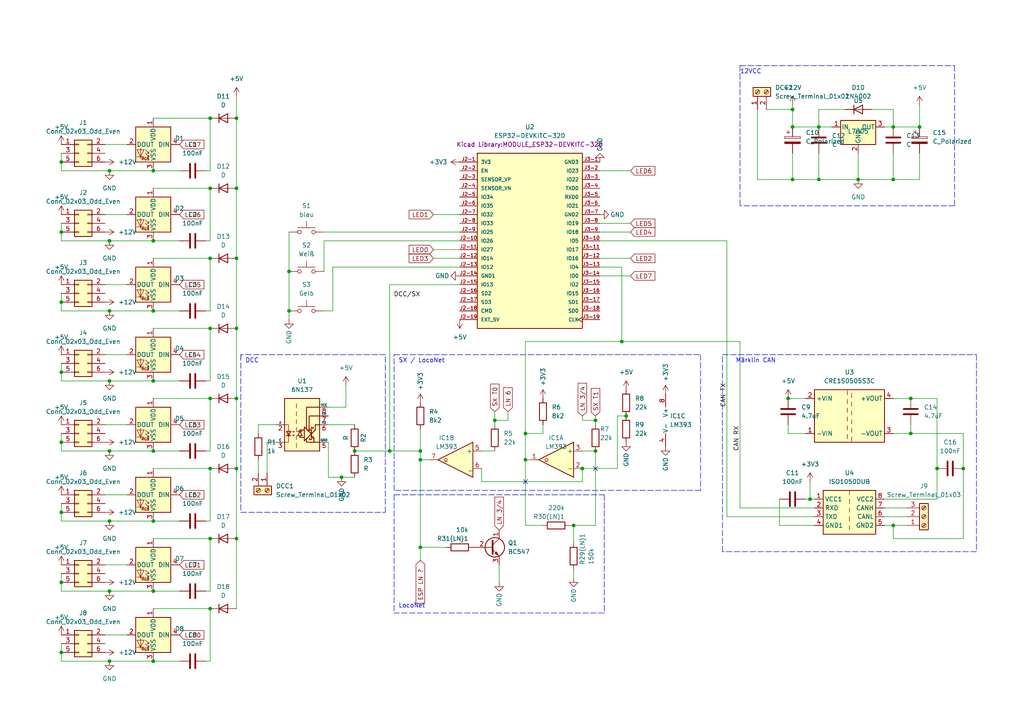
<source format=kicad_sch>
(kicad_sch (version 20211123) (generator eeschema)
  (paper "A4")
  (junction (at 68.58 34.29))
  (junction (at 31.75 191.77))
  (junction (at 259.08 152.4))
  (junction (at 31.75 49.53))
  (junction (at 31.75 130.81))
  (junction (at 168.91 135.89))
  (junction (at 68.58 135.89))
  (junction (at 271.78 135.89))
  (junction (at 17.78 46.99))
  (junction (at 248.92 52.07))
  (junction (at 121.92 130.81))
  (junction (at 17.78 148.59))
  (junction (at 68.58 54.61))
  (junction (at 44.45 151.13))
  (junction (at 17.78 87.63))
  (junction (at 31.75 110.49))
  (junction (at 60.96 74.93))
  (junction (at 143.51 121.92))
  (junction (at 228.6 115.57))
  (junction (at 83.82 90.17))
  (junction (at 60.96 156.21))
  (junction (at 237.49 36.83))
  (junction (at 68.58 115.57))
  (junction (at 44.45 49.53))
  (junction (at 237.49 52.07))
  (junction (at 44.45 90.17))
  (junction (at 17.78 189.23))
  (junction (at 60.96 135.89))
  (junction (at 31.75 151.13))
  (junction (at 60.96 115.57))
  (junction (at 181.61 120.65))
  (junction (at 60.96 176.53))
  (junction (at 60.96 34.29))
  (junction (at 60.96 95.25))
  (junction (at 259.08 52.07))
  (junction (at 44.45 110.49))
  (junction (at 264.16 125.73))
  (junction (at 113.03 130.81))
  (junction (at 44.45 69.85))
  (junction (at 172.72 121.92))
  (junction (at 166.37 152.4))
  (junction (at 264.16 115.57))
  (junction (at 229.87 31.75))
  (junction (at 44.45 191.77))
  (junction (at 234.95 144.78))
  (junction (at 44.45 171.45))
  (junction (at 172.72 130.81))
  (junction (at 17.78 128.27))
  (junction (at 68.58 156.21))
  (junction (at 17.78 67.31))
  (junction (at 152.4 133.35))
  (junction (at 229.87 52.07))
  (junction (at 121.92 133.35))
  (junction (at 99.06 138.43))
  (junction (at 259.08 36.83))
  (junction (at 31.75 90.17))
  (junction (at 229.87 36.83))
  (junction (at 17.78 107.95))
  (junction (at 279.4 135.89))
  (junction (at 102.87 130.81))
  (junction (at 266.7 36.83))
  (junction (at 68.58 95.25))
  (junction (at 17.78 168.91))
  (junction (at 60.96 54.61))
  (junction (at 152.4 125.73))
  (junction (at 180.34 99.06))
  (junction (at 31.75 69.85))
  (junction (at 121.92 158.75))
  (junction (at 44.45 130.81))
  (junction (at 68.58 74.93))
  (junction (at 31.75 171.45))
  (junction (at 83.82 78.74))
  (no_connect (at 172.72 135.89))
  (no_connect (at 152.4 139.7))
  (polyline (pts (xy 175.26 143.51) (xy 175.26 177.8)))
  (wire (pts (xy 17.78 151.13) (xy 17.78 148.59)))
  (wire (pts (xy 44.45 191.77) (xy 31.75 191.77)))
  (wire (pts (xy 271.78 144.78) (xy 256.54 144.78)))
  (wire (pts (xy 95.25 128.27) (xy 95.25 138.43)))
  (wire (pts (xy 214.63 99.06) (xy 214.63 147.32)))
  (wire (pts (xy 17.78 146.05) (xy 17.78 148.59)))
  (wire (pts (xy 229.87 52.07) (xy 237.49 52.07)))
  (polyline (pts (xy 203.2 102.87) (xy 203.2 142.24)))
  (polyline (pts (xy 114.3 143.51) (xy 175.26 143.51)))
  (wire (pts (xy 17.78 44.45) (xy 17.78 46.99)))
  (wire (pts (xy 139.7 130.81) (xy 143.51 130.81)))
  (wire (pts (xy 99.06 138.43) (xy 102.87 138.43)))
  (wire (pts (xy 30.48 82.55) (xy 36.83 82.55)))
  (wire (pts (xy 60.96 110.49) (xy 59.69 110.49)))
  (wire (pts (xy 30.48 184.15) (xy 36.83 184.15)))
  (wire (pts (xy 68.58 74.93) (xy 68.58 95.25)))
  (wire (pts (xy 44.45 110.49) (xy 52.07 110.49)))
  (polyline (pts (xy 209.55 102.87) (xy 283.21 102.87)))
  (wire (pts (xy 228.6 123.19) (xy 228.6 125.73)))
  (wire (pts (xy 96.52 77.47) (xy 96.52 90.17)))
  (wire (pts (xy 31.75 90.17) (xy 17.78 90.17)))
  (wire (pts (xy 31.75 110.49) (xy 17.78 110.49)))
  (wire (pts (xy 44.45 69.85) (xy 31.75 69.85)))
  (wire (pts (xy 17.78 171.45) (xy 17.78 168.91)))
  (wire (pts (xy 31.75 49.53) (xy 17.78 49.53)))
  (wire (pts (xy 60.96 115.57) (xy 60.96 130.81)))
  (wire (pts (xy 80.01 123.19) (xy 74.93 123.19)))
  (wire (pts (xy 133.35 69.85) (xy 93.98 69.85)))
  (wire (pts (xy 68.58 135.89) (xy 68.58 156.21)))
  (wire (pts (xy 173.99 77.47) (xy 180.34 77.47)))
  (wire (pts (xy 182.88 64.77) (xy 173.99 64.77)))
  (polyline (pts (xy 283.21 102.87) (xy 283.21 160.02)))
  (wire (pts (xy 60.96 176.53) (xy 60.96 191.77)))
  (wire (pts (xy 271.78 115.57) (xy 271.78 135.89)))
  (wire (pts (xy 182.88 67.31) (xy 173.99 67.31)))
  (wire (pts (xy 68.58 54.61) (xy 68.58 74.93)))
  (polyline (pts (xy 203.2 142.24) (xy 114.3 142.24)))
  (wire (pts (xy 172.72 130.81) (xy 172.72 152.4)))
  (wire (pts (xy 83.82 90.17) (xy 83.82 92.71)))
  (wire (pts (xy 44.45 135.89) (xy 60.96 135.89)))
  (wire (pts (xy 168.91 120.65) (xy 168.91 121.92)))
  (wire (pts (xy 152.4 133.35) (xy 153.67 133.35)))
  (wire (pts (xy 30.48 143.51) (xy 36.83 143.51)))
  (wire (pts (xy 121.92 133.35) (xy 124.46 133.35)))
  (wire (pts (xy 233.68 144.78) (xy 234.95 144.78)))
  (wire (pts (xy 31.75 171.45) (xy 17.78 171.45)))
  (wire (pts (xy 17.78 191.77) (xy 17.78 189.23)))
  (wire (pts (xy 44.45 151.13) (xy 31.75 151.13)))
  (wire (pts (xy 17.78 130.81) (xy 17.78 128.27)))
  (wire (pts (xy 95.25 118.11) (xy 100.33 118.11)))
  (wire (pts (xy 44.45 49.53) (xy 52.07 49.53)))
  (wire (pts (xy 182.88 49.53) (xy 173.99 49.53)))
  (wire (pts (xy 168.91 130.81) (xy 172.72 130.81)))
  (wire (pts (xy 60.96 151.13) (xy 59.69 151.13)))
  (wire (pts (xy 152.4 99.06) (xy 180.34 99.06)))
  (wire (pts (xy 44.45 54.61) (xy 60.96 54.61)))
  (wire (pts (xy 44.45 130.81) (xy 52.07 130.81)))
  (wire (pts (xy 17.78 64.77) (xy 17.78 67.31)))
  (wire (pts (xy 259.08 115.57) (xy 264.16 115.57)))
  (wire (pts (xy 166.37 167.64) (xy 166.37 165.1)))
  (wire (pts (xy 256.54 147.32) (xy 262.89 147.32)))
  (wire (pts (xy 44.45 74.93) (xy 60.96 74.93)))
  (wire (pts (xy 17.78 110.49) (xy 17.78 107.95)))
  (wire (pts (xy 259.08 125.73) (xy 264.16 125.73)))
  (wire (pts (xy 83.82 78.74) (xy 83.82 90.17)))
  (wire (pts (xy 143.51 121.92) (xy 147.32 121.92)))
  (wire (pts (xy 44.45 90.17) (xy 31.75 90.17)))
  (wire (pts (xy 139.7 139.7) (xy 168.91 139.7)))
  (wire (pts (xy 229.87 52.07) (xy 229.87 44.45)))
  (wire (pts (xy 139.7 135.89) (xy 139.7 139.7)))
  (wire (pts (xy 44.45 191.77) (xy 52.07 191.77)))
  (wire (pts (xy 60.96 130.81) (xy 59.69 130.81)))
  (polyline (pts (xy 114.3 142.24) (xy 114.3 102.87)))
  (wire (pts (xy 44.45 34.29) (xy 60.96 34.29)))
  (wire (pts (xy 237.49 36.83) (xy 237.49 31.75)))
  (wire (pts (xy 60.96 34.29) (xy 60.96 49.53)))
  (wire (pts (xy 60.96 54.61) (xy 60.96 69.85)))
  (wire (pts (xy 68.58 156.21) (xy 68.58 176.53)))
  (wire (pts (xy 256.54 149.86) (xy 262.89 149.86)))
  (wire (pts (xy 182.88 74.93) (xy 173.99 74.93)))
  (wire (pts (xy 17.78 105.41) (xy 17.78 107.95)))
  (wire (pts (xy 237.49 44.45) (xy 237.49 52.07)))
  (wire (pts (xy 44.45 115.57) (xy 60.96 115.57)))
  (wire (pts (xy 17.78 85.09) (xy 17.78 87.63)))
  (wire (pts (xy 44.45 171.45) (xy 52.07 171.45)))
  (polyline (pts (xy 175.26 177.8) (xy 114.3 177.8)))
  (wire (pts (xy 121.92 130.81) (xy 121.92 133.35)))
  (polyline (pts (xy 69.85 102.87) (xy 69.85 148.59)))
  (wire (pts (xy 229.87 30.48) (xy 229.87 31.75)))
  (wire (pts (xy 60.96 95.25) (xy 60.96 110.49)))
  (wire (pts (xy 228.6 115.57) (xy 233.68 115.57)))
  (wire (pts (xy 93.98 69.85) (xy 93.98 78.74)))
  (wire (pts (xy 214.63 147.32) (xy 236.22 147.32)))
  (wire (pts (xy 234.95 139.7) (xy 234.95 144.78)))
  (wire (pts (xy 102.87 130.81) (xy 113.03 130.81)))
  (polyline (pts (xy 214.63 19.05) (xy 214.63 59.69)))
  (wire (pts (xy 17.78 166.37) (xy 17.78 168.91)))
  (wire (pts (xy 44.45 151.13) (xy 52.07 151.13)))
  (wire (pts (xy 125.73 62.23) (xy 133.35 62.23)))
  (wire (pts (xy 31.75 69.85) (xy 17.78 69.85)))
  (wire (pts (xy 179.07 135.89) (xy 179.07 120.65)))
  (polyline (pts (xy 114.3 102.87) (xy 203.2 102.87)))
  (wire (pts (xy 83.82 67.31) (xy 83.82 78.74)))
  (wire (pts (xy 152.4 152.4) (xy 157.48 152.4)))
  (wire (pts (xy 68.58 34.29) (xy 68.58 54.61)))
  (wire (pts (xy 125.73 72.39) (xy 133.35 72.39)))
  (wire (pts (xy 152.4 99.06) (xy 152.4 125.73)))
  (wire (pts (xy 121.92 158.75) (xy 121.92 162.56)))
  (wire (pts (xy 31.75 130.81) (xy 17.78 130.81)))
  (wire (pts (xy 226.06 144.78) (xy 226.06 152.4)))
  (wire (pts (xy 152.4 125.73) (xy 152.4 133.35)))
  (wire (pts (xy 259.08 44.45) (xy 259.08 52.07)))
  (polyline (pts (xy 276.86 59.69) (xy 214.63 59.69)))
  (polyline (pts (xy 111.76 148.59) (xy 111.76 102.87)))
  (wire (pts (xy 259.08 36.83) (xy 266.7 36.83)))
  (wire (pts (xy 259.08 156.21) (xy 279.4 156.21)))
  (polyline (pts (xy 114.3 143.51) (xy 114.3 177.8)))
  (wire (pts (xy 93.98 67.31) (xy 133.35 67.31)))
  (wire (pts (xy 229.87 36.83) (xy 237.49 36.83)))
  (polyline (pts (xy 111.76 102.87) (xy 69.85 102.87)))
  (wire (pts (xy 259.08 52.07) (xy 266.7 52.07)))
  (wire (pts (xy 262.89 152.4) (xy 259.08 152.4)))
  (wire (pts (xy 96.52 77.47) (xy 133.35 77.47)))
  (wire (pts (xy 180.34 99.06) (xy 214.63 99.06)))
  (polyline (pts (xy 214.63 19.05) (xy 276.86 19.05)))
  (wire (pts (xy 80.01 128.27) (xy 77.47 128.27)))
  (wire (pts (xy 234.95 144.78) (xy 236.22 144.78)))
  (wire (pts (xy 168.91 121.92) (xy 172.72 121.92)))
  (wire (pts (xy 44.45 156.21) (xy 60.96 156.21)))
  (wire (pts (xy 96.52 90.17) (xy 93.98 90.17)))
  (wire (pts (xy 219.71 31.75) (xy 219.71 52.07)))
  (wire (pts (xy 60.96 171.45) (xy 59.69 171.45)))
  (wire (pts (xy 168.91 135.89) (xy 179.07 135.89)))
  (wire (pts (xy 166.37 152.4) (xy 166.37 157.48)))
  (wire (pts (xy 266.7 30.48) (xy 266.7 36.83)))
  (wire (pts (xy 237.49 52.07) (xy 248.92 52.07)))
  (wire (pts (xy 271.78 135.89) (xy 271.78 144.78)))
  (wire (pts (xy 60.96 156.21) (xy 60.96 171.45)))
  (wire (pts (xy 17.78 69.85) (xy 17.78 67.31)))
  (wire (pts (xy 143.51 121.92) (xy 143.51 123.19)))
  (wire (pts (xy 44.45 90.17) (xy 52.07 90.17)))
  (wire (pts (xy 31.75 151.13) (xy 17.78 151.13)))
  (wire (pts (xy 17.78 90.17) (xy 17.78 87.63)))
  (wire (pts (xy 180.34 77.47) (xy 180.34 99.06)))
  (wire (pts (xy 68.58 95.25) (xy 68.58 115.57)))
  (wire (pts (xy 44.45 110.49) (xy 31.75 110.49)))
  (wire (pts (xy 77.47 128.27) (xy 77.47 137.16)))
  (wire (pts (xy 60.96 74.93) (xy 60.96 90.17)))
  (wire (pts (xy 179.07 120.65) (xy 181.61 120.65)))
  (polyline (pts (xy 276.86 19.05) (xy 276.86 59.69)))
  (wire (pts (xy 166.37 152.4) (xy 165.1 152.4)))
  (polyline (pts (xy 69.85 102.87) (xy 69.85 104.14)))
  (wire (pts (xy 17.78 125.73) (xy 17.78 128.27)))
  (wire (pts (xy 264.16 125.73) (xy 279.4 125.73)))
  (wire (pts (xy 17.78 186.69) (xy 17.78 189.23)))
  (wire (pts (xy 68.58 27.94) (xy 68.58 34.29)))
  (wire (pts (xy 121.92 158.75) (xy 129.54 158.75)))
  (wire (pts (xy 248.92 52.07) (xy 259.08 52.07)))
  (wire (pts (xy 60.96 191.77) (xy 59.69 191.77)))
  (wire (pts (xy 152.4 133.35) (xy 152.4 152.4)))
  (polyline (pts (xy 283.21 160.02) (xy 209.55 160.02)))
  (wire (pts (xy 219.71 52.07) (xy 229.87 52.07)))
  (wire (pts (xy 279.4 125.73) (xy 279.4 135.89)))
  (wire (pts (xy 157.48 125.73) (xy 152.4 125.73)))
  (wire (pts (xy 95.25 138.43) (xy 99.06 138.43)))
  (wire (pts (xy 44.45 69.85) (xy 52.07 69.85)))
  (wire (pts (xy 210.82 149.86) (xy 236.22 149.86)))
  (wire (pts (xy 252.73 31.75) (xy 259.08 31.75)))
  (wire (pts (xy 74.93 133.35) (xy 74.93 137.16)))
  (wire (pts (xy 30.48 41.91) (xy 36.83 41.91)))
  (wire (pts (xy 256.54 36.83) (xy 259.08 36.83)))
  (wire (pts (xy 166.37 152.4) (xy 172.72 152.4)))
  (wire (pts (xy 210.82 69.85) (xy 210.82 149.86)))
  (wire (pts (xy 121.92 133.35) (xy 121.92 158.75)))
  (wire (pts (xy 143.51 119.38) (xy 143.51 121.92)))
  (wire (pts (xy 264.16 123.19) (xy 264.16 125.73)))
  (wire (pts (xy 30.48 62.23) (xy 36.83 62.23)))
  (wire (pts (xy 237.49 31.75) (xy 245.11 31.75)))
  (wire (pts (xy 264.16 115.57) (xy 271.78 115.57)))
  (wire (pts (xy 68.58 115.57) (xy 68.58 135.89)))
  (wire (pts (xy 259.08 152.4) (xy 259.08 156.21)))
  (wire (pts (xy 147.32 121.92) (xy 147.32 119.38)))
  (wire (pts (xy 60.96 49.53) (xy 59.69 49.53)))
  (polyline (pts (xy 69.85 148.59) (xy 111.76 148.59)))
  (wire (pts (xy 44.45 171.45) (xy 31.75 171.45)))
  (wire (pts (xy 44.45 49.53) (xy 31.75 49.53)))
  (wire (pts (xy 279.4 135.89) (xy 279.4 156.21)))
  (wire (pts (xy 113.03 130.81) (xy 121.92 130.81)))
  (wire (pts (xy 222.25 31.75) (xy 229.87 31.75)))
  (polyline (pts (xy 209.55 160.02) (xy 209.55 102.87)))
  (wire (pts (xy 237.49 36.83) (xy 241.3 36.83)))
  (wire (pts (xy 30.48 163.83) (xy 36.83 163.83)))
  (wire (pts (xy 182.88 80.01) (xy 173.99 80.01)))
  (wire (pts (xy 95.25 123.19) (xy 102.87 123.19)))
  (wire (pts (xy 60.96 69.85) (xy 59.69 69.85)))
  (wire (pts (xy 172.72 121.92) (xy 172.72 123.19)))
  (wire (pts (xy 44.45 130.81) (xy 31.75 130.81)))
  (wire (pts (xy 266.7 44.45) (xy 266.7 52.07)))
  (wire (pts (xy 31.75 191.77) (xy 17.78 191.77)))
  (wire (pts (xy 259.08 31.75) (xy 259.08 36.83)))
  (wire (pts (xy 60.96 135.89) (xy 60.96 151.13)))
  (wire (pts (xy 144.78 163.83) (xy 144.78 168.91)))
  (wire (pts (xy 30.48 102.87) (xy 36.83 102.87)))
  (wire (pts (xy 121.92 124.46) (xy 121.92 130.81)))
  (wire (pts (xy 133.35 82.55) (xy 113.03 82.55)))
  (wire (pts (xy 228.6 125.73) (xy 233.68 125.73)))
  (wire (pts (xy 229.87 31.75) (xy 229.87 36.83)))
  (wire (pts (xy 125.73 74.93) (xy 133.35 74.93)))
  (wire (pts (xy 259.08 152.4) (xy 256.54 152.4)))
  (wire (pts (xy 168.91 139.7) (xy 168.91 135.89)))
  (wire (pts (xy 30.48 123.19) (xy 36.83 123.19)))
  (wire (pts (xy 226.06 152.4) (xy 236.22 152.4)))
  (wire (pts (xy 44.45 176.53) (xy 60.96 176.53)))
  (wire (pts (xy 60.96 90.17) (xy 59.69 90.17)))
  (wire (pts (xy 74.93 123.19) (xy 74.93 125.73)))
  (wire (pts (xy 173.99 69.85) (xy 210.82 69.85)))
  (wire (pts (xy 248.92 44.45) (xy 248.92 52.07)))
  (wire (pts (xy 113.03 82.55) (xy 113.03 130.81)))
  (wire (pts (xy 44.45 95.25) (xy 60.96 95.25)))
  (wire (pts (xy 100.33 111.76) (xy 100.33 118.11)))
  (wire (pts (xy 172.72 120.65) (xy 172.72 121.92)))
  (wire (pts (xy 17.78 49.53) (xy 17.78 46.99)))
  (wire (pts (xy 157.48 123.19) (xy 157.48 125.73)))
  (text "SX / LocoNet\n" (at 115.57 105.41 0) (effects (font (size 1.27 1.27)) (justify left bottom)))
  (text "Märklin CAN" (at 213.36 105.41 0) (effects (font (size 1.27 1.27)) (justify left bottom)))
  (text "DCC" (at 71.12 105.41 0) (effects (font (size 1.27 1.27)) (justify left bottom)))
  (text "LocoNet" (at 115.57 176.53 0) (effects (font (size 1.27 1.27)) (justify left bottom)))
  (text "12VCC" (at 214.63 21.59 0) (effects (font (size 1.27 1.27)) (justify left bottom)))
  (label "DCC{slash}SX" (at 121.92 86.36 180))
  (label "CAN TX" (at 210.82 118.11 90))
  (label "CAN RX" (at 214.63 130.81 90))
  (global_label "SX T1" (shape input) (at 172.72 120.65 90) (property "Referenzen zwischen Schaltplänen" "${INTERSHEET_REFS}" (effects hide)))
  (global_label "LN 3{slash}4" (shape input) (at 144.78 153.67 90) (property "Referenzen zwischen Schaltplänen" "${INTERSHEET_REFS}" (effects hide)))
  (global_label "LED7" (shape input) (at 52.07 41.91 0) (property "Referenzen zwischen Schaltplänen" "${INTERSHEET_REFS}" (effects hide)))
  (global_label "LED4" (shape input) (at 52.07 102.87 0) (property "Referenzen zwischen Schaltplänen" "${INTERSHEET_REFS}" (effects hide)))
  (global_label "LED2" (shape input) (at 52.07 143.51 0) (property "Referenzen zwischen Schaltplänen" "${INTERSHEET_REFS}" (effects hide)))
  (global_label "LED1" (shape input) (at 52.07 163.83 0) (property "Referenzen zwischen Schaltplänen" "${INTERSHEET_REFS}" (effects hide)))
  (global_label "LED6" (shape input) (at 52.07 62.23 0) (property "Referenzen zwischen Schaltplänen" "${INTERSHEET_REFS}" (effects hide)))
  (global_label "LED5" (shape input) (at 182.88 64.77 0) (property "Referenzen zwischen Schaltplänen" "${INTERSHEET_REFS}" (effects hide)))
  (global_label "ESP LN ? " (shape input) (at 121.92 162.56 270) (property "Referenzen zwischen Schaltplänen" "${INTERSHEET_REFS}" (effects hide)))
  (global_label "LED0" (shape input) (at 52.07 184.15 0) (property "Referenzen zwischen Schaltplänen" "${INTERSHEET_REFS}" (effects hide)))
  (global_label "LED5" (shape input) (at 52.07 82.55 0) (property "Referenzen zwischen Schaltplänen" "${INTERSHEET_REFS}" (effects hide)))
  (global_label "LED0" (shape input) (at 125.73 72.39 180) (property "Referenzen zwischen Schaltplänen" "${INTERSHEET_REFS}" (effects hide)))
  (global_label "LED4" (shape input) (at 182.88 67.31 0) (property "Referenzen zwischen Schaltplänen" "${INTERSHEET_REFS}" (effects hide)))
  (global_label "SX T0" (shape input) (at 143.51 119.38 90) (property "Referenzen zwischen Schaltplänen" "${INTERSHEET_REFS}" (effects hide)))
  (global_label "LED2" (shape input) (at 182.88 74.93 0) (property "Referenzen zwischen Schaltplänen" "${INTERSHEET_REFS}" (effects hide)))
  (global_label "LED3" (shape input) (at 52.07 123.19 0) (property "Referenzen zwischen Schaltplänen" "${INTERSHEET_REFS}" (effects hide)))
  (global_label "LED1" (shape input) (at 125.73 62.23 180) (property "Referenzen zwischen Schaltplänen" "${INTERSHEET_REFS}" (effects hide)))
  (global_label "LED7" (shape input) (at 182.88 80.01 0) (property "Referenzen zwischen Schaltplänen" "${INTERSHEET_REFS}" (effects hide)))
  (global_label "LED3" (shape input) (at 125.73 74.93 180) (property "Referenzen zwischen Schaltplänen" "${INTERSHEET_REFS}" (effects hide)))
  (global_label "LN 6" (shape input) (at 147.32 119.38 90) (property "Referenzen zwischen Schaltplänen" "${INTERSHEET_REFS}" (effects hide)))
  (global_label "LN 3{slash}4" (shape input) (at 168.91 120.65 90) (property "Referenzen zwischen Schaltplänen" "${INTERSHEET_REFS}" (effects hide)))
  (global_label "LED6" (shape input) (at 182.88 49.53 0) (property "Referenzen zwischen Schaltplänen" "${INTERSHEET_REFS}" (effects hide)))
  (symbol (lib_id "LED:WS2812B") (at 44.45 82.55 0) (mirror y) (unit 1)
    (property "Reference" "D3" (at 52.07 80.7593 0))
    (property "Value" "WS2812B" (effects hide))
    (property "Footprint" "LED_SMD:LED_WS2812B_PLCC4_5.0x5.0mm_P3.2mm" (effects hide))
    (property "Datasheet" "https://cdn-shop.adafruit.com/datasheets/WS2812B.pdf" (effects hide))
  )
  (symbol (lib_id "Device:C") (at 55.88 49.53 90) (unit 1)
    (property "Reference" "C1" (at 55.88 41.91 90))
    (property "Value" "100nF" (at 55.88 44.45 90))
    (property "Footprint" "Capacitor_SMD:C_0805_2012Metric_Pad1.18x1.45mm_HandSolder" (effects hide))
  )
  (symbol (lib_id "power:+3V3") (at 234.95 139.7 0) (unit 1)
    (property "Reference" "#PWR044" (effects hide))
    (property "Value" "+3V3" (at 234.95 134.62 0))
  )
  (symbol (lib_id "Device:C") (at 55.88 171.45 90) (unit 1)
    (property "Reference" "C7" (at 55.88 163.83 90))
    (property "Value" "100nF" (at 55.88 166.37 90))
    (property "Footprint" "Capacitor_SMD:C_0805_2012Metric_Pad1.18x1.45mm_HandSolder" (effects hide))
  )
  (symbol (lib_id "Device:D") (at 64.77 135.89 0) (unit 1)
    (property "Reference" "D16" (at 64.77 129.54 0))
    (property "Value" "D" (at 64.77 132.08 0))
    (property "Footprint" "Diode_SMD:D_0805_2012Metric_Pad1.15x1.40mm_HandSolder" (effects hide))
  )
  (symbol (lib_id "power:GND") (at 31.75 49.53 0) (unit 1)
    (property "Reference" "#PWR017" (effects hide))
    (property "Value" "GND" (at 31.75 54.61 0))
  )
  (symbol (lib_id "Device:D") (at 64.77 115.57 0) (unit 1)
    (property "Reference" "D15" (at 64.77 109.22 0))
    (property "Value" "D" (at 64.77 111.76 0))
    (property "Footprint" "Diode_SMD:D_0805_2012Metric_Pad1.15x1.40mm_HandSolder" (effects hide))
  )
  (symbol (lib_id "power:+3V3") (at 193.04 114.3 0) (unit 1)
    (property "Reference" "#PWR040" (effects hide))
    (property "Value" "+3V3" (at 193.04 105.41 90) (effects (justify right)))
  )
  (symbol (lib_id "power:+12V") (at 30.48 189.23 270) (unit 1)
    (property "Reference" "#PWR016" (effects hide))
    (property "Value" "+12V" (at 34.29 189.2299 90) (effects (justify left)))
  )
  (symbol (lib_id "LED:WS2812B") (at 44.45 163.83 0) (mirror y) (unit 1)
    (property "Reference" "D7" (at 52.07 162.0393 0))
    (property "Value" "WS2812B" (effects hide))
    (property "Footprint" "LED_SMD:LED_WS2812B_PLCC4_5.0x5.0mm_P3.2mm" (effects hide))
    (property "Datasheet" "https://cdn-shop.adafruit.com/datasheets/WS2812B.pdf" (effects hide))
  )
  (symbol (lib_id "LED:WS2812B") (at 44.45 184.15 0) (mirror y) (unit 1)
    (property "Reference" "D8" (at 52.07 182.3593 0))
    (property "Value" "WS2812B" (effects hide))
    (property "Footprint" "LED_SMD:LED_WS2812B_PLCC4_5.0x5.0mm_P3.2mm" (effects hide))
    (property "Datasheet" "https://cdn-shop.adafruit.com/datasheets/WS2812B.pdf" (effects hide))
  )
  (symbol (lib_id "Device:C") (at 55.88 110.49 90) (unit 1)
    (property "Reference" "C4" (at 55.88 102.87 90))
    (property "Value" "100nF" (at 55.88 105.41 90))
    (property "Footprint" "Capacitor_SMD:C_0805_2012Metric_Pad1.18x1.45mm_HandSolder" (effects hide))
  )
  (symbol (lib_id "Comparator:LM393") (at 161.29 133.35 0) (mirror y) (unit 1)
    (property "Reference" "IC1" (at 161.29 127 0))
    (property "Value" "LM393" (at 161.29 129.54 0))
    (property "Footprint" "Package_DIP:DIP-8-16_W7.62mm" (effects hide))
    (property "Datasheet" "http://www.ti.com/lit/ds/symlink/lm393.pdf" (effects hide))
  )
  (symbol (lib_id "LED:WS2812B") (at 44.45 62.23 0) (mirror y) (unit 1)
    (property "Reference" "D2" (at 52.07 60.4393 0))
    (property "Value" "WS2812B" (effects hide))
    (property "Footprint" "LED_SMD:LED_WS2812B_PLCC4_5.0x5.0mm_P3.2mm" (effects hide))
    (property "Datasheet" "https://cdn-shop.adafruit.com/datasheets/WS2812B.pdf" (effects hide))
  )
  (symbol (lib_id "power:GND") (at 173.99 46.99 180) (unit 1)
    (property "Reference" "#PWR036" (effects hide))
    (property "Value" "GND" (at 173.99 41.91 90))
  )
  (symbol (lib_id "Switch:SW_Push") (at 88.9 90.17 0) (unit 1)
    (property "Reference" "S3" (at 88.9 82.55 0))
    (property "Value" "Gelb" (at 88.9 85.09 0))
    (property "Footprint" "Button_Switch_THT:SW_PUSH-12mm" (effects hide))
  )
  (symbol (lib_id "Device:D") (at 64.77 34.29 0) (unit 1)
    (property "Reference" "D11" (at 64.77 27.94 0))
    (property "Value" "D" (at 64.77 30.48 0))
    (property "Footprint" "Diode_SMD:D_0805_2012Metric_Pad1.15x1.40mm_HandSolder" (effects hide))
  )
  (symbol (lib_id "power:+5V") (at 228.6 115.57 0) (unit 1)
    (property "Reference" "#PWR042" (effects hide))
    (property "Value" "+5V" (at 228.6 110.49 0))
  )
  (symbol (lib_id "Device:R") (at 133.35 158.75 90) (unit 1)
    (property "Reference" "R31(LN)1" (at 135.89 156.21 90) (effects (justify left)))
    (property "Value" "10k" (at 135.89 153.67 90) (effects (justify left)))
    (property "Footprint" "Resistor_THT:R_Axial_DIN0207_L6.3mm_D2.5mm_P15.24mm_Horizontal" (effects hide))
  )
  (symbol (lib_id "power:+12V") (at 30.48 107.95 270) (unit 1)
    (property "Reference" "#PWR012" (effects hide))
    (property "Value" "+12V" (at 34.29 107.9499 90) (effects (justify left)))
  )
  (symbol (lib_id "Device:C") (at 55.88 130.81 90) (unit 1)
    (property "Reference" "C5" (at 55.88 123.19 90))
    (property "Value" "100nF" (at 55.88 125.73 90))
    (property "Footprint" "Capacitor_SMD:C_0805_2012Metric_Pad1.18x1.45mm_HandSolder" (effects hide))
  )
  (symbol (lib_id "LED:WS2812B") (at 44.45 143.51 0) (mirror y) (unit 1)
    (property "Reference" "D6" (at 52.07 141.7193 0))
    (property "Value" "WS2812B" (effects hide))
    (property "Footprint" "LED_SMD:LED_WS2812B_PLCC4_5.0x5.0mm_P3.2mm" (effects hide))
    (property "Datasheet" "https://cdn-shop.adafruit.com/datasheets/WS2812B.pdf" (effects hide))
  )
  (symbol (lib_id "Device:C") (at 228.6 119.38 0) (unit 1)
    (property "Reference" "C9" (at 232.41 118.1099 0) (effects (justify left)))
    (property "Value" "4.7uF" (at 232.41 120.6499 0) (effects (justify left)))
    (property "Footprint" "Capacitor_SMD:C_0805_2012Metric_Pad1.18x1.45mm_HandSolder" (effects hide))
  )
  (symbol (lib_id "Device:C") (at 55.88 90.17 90) (unit 1)
    (property "Reference" "C3" (at 55.88 82.55 90))
    (property "Value" "100nF" (at 55.88 85.09 90))
    (property "Footprint" "Capacitor_SMD:C_0805_2012Metric_Pad1.18x1.45mm_HandSolder" (effects hide))
  )
  (symbol (lib_id "power:+12V") (at 30.48 168.91 270) (unit 1)
    (property "Reference" "#PWR015" (effects hide))
    (property "Value" "+12V" (at 34.29 168.9099 90) (effects (justify left)))
  )
  (symbol (lib_id "Device:R") (at 181.61 124.46 0) (unit 1)
    (property "Reference" "R9" (at 184.15 123.1899 0) (effects (justify left)))
    (property "Value" "22k" (at 184.15 125.7299 0) (effects (justify left)))
    (property "Footprint" "Resistor_THT:R_Axial_DIN0207_L6.3mm_D2.5mm_P15.24mm_Horizontal" (effects hide))
  )
  (symbol (lib_id "power:GND") (at 31.75 90.17 0) (unit 1)
    (property "Reference" "#PWR019" (effects hide))
    (property "Value" "GND" (at 31.75 95.25 0))
  )
  (symbol (lib_id "Connector_Generic:Conn_02x03_Odd_Even") (at 22.86 44.45 0) (unit 1)
    (property "Reference" "J1" (at 24.13 35.56 0))
    (property "Value" "Conn_02x03_Odd_Even" (at 24.13 38.1 0))
    (property "Footprint" "Connector_IDC:IDC-Header_2x03_P2.54mm_Vertical" (effects hide))
  )
  (symbol (lib_id "Device:D") (at 64.77 156.21 0) (unit 1)
    (property "Reference" "D17" (at 64.77 149.86 0))
    (property "Value" "D" (at 64.77 152.4 0))
    (property "Footprint" "Diode_SMD:D_0805_2012Metric_Pad1.15x1.40mm_HandSolder" (effects hide))
  )
  (symbol (lib_id "power:GND") (at 83.82 92.71 0) (unit 1)
    (property "Reference" "#PWR026" (effects hide))
    (property "Value" "GND" (at 83.82 97.79 90))
  )
  (symbol (lib_id "Connector_Generic:Conn_02x03_Odd_Even") (at 22.86 166.37 0) (unit 1)
    (property "Reference" "J7" (at 24.13 157.48 0))
    (property "Value" "Conn_02x03_Odd_Even" (at 24.13 160.02 0))
    (property "Footprint" "Connector_IDC:IDC-Header_2x03_P2.54mm_Vertical" (effects hide))
  )
  (symbol (lib_id "power:+12V") (at 30.48 67.31 270) (unit 1)
    (property "Reference" "#PWR010" (effects hide))
    (property "Value" "+12V" (at 34.29 67.3099 90) (effects (justify left)))
  )
  (symbol (lib_id "power:GND") (at 193.04 129.54 0) (unit 1)
    (property "Reference" "#PWR041" (effects hide))
    (property "Value" "GND" (at 193.04 134.62 90))
  )
  (symbol (lib_id "power:GND") (at 31.75 151.13 0) (unit 1)
    (property "Reference" "#PWR022" (effects hide))
    (property "Value" "GND" (at 31.75 156.21 0))
  )
  (symbol (lib_id "power:+12V") (at 30.48 46.99 270) (unit 1)
    (property "Reference" "#PWR09" (effects hide))
    (property "Value" "+12V" (at 34.29 46.9899 90) (effects (justify left)))
  )
  (symbol (lib_id "Connector_Generic:Conn_02x03_Odd_Even") (at 22.86 125.73 0) (unit 1)
    (property "Reference" "J5" (at 24.13 116.84 0))
    (property "Value" "Conn_02x03_Odd_Even" (at 24.13 119.38 0))
    (property "Footprint" "Connector_IDC:IDC-Header_2x03_P2.54mm_Vertical" (effects hide))
  )
  (symbol (lib_id "Connector:Screw_Terminal_01x03") (at 267.97 149.86 0) (mirror x) (unit 1)
    (property "Reference" "J9" (at 267.97 140.97 0))
    (property "Value" "Screw_Terminal_01x03" (at 267.97 143.51 0))
    (property "Footprint" "Connector_PinHeader_2.54mm:PinHeader_1x03_P2.54mm_Horizontal" (effects hide))
  )
  (symbol (lib_id "power:+5V") (at 100.33 111.76 0) (unit 1)
    (property "Reference" "#PWR028" (effects hide))
    (property "Value" "+5V" (at 100.33 106.68 0))
  )
  (symbol (lib_id "LED:WS2812B") (at 44.45 102.87 0) (mirror y) (unit 1)
    (property "Reference" "D4" (at 52.07 101.0793 0))
    (property "Value" "WS2812B" (effects hide))
    (property "Footprint" "LED_SMD:LED_WS2812B_PLCC4_5.0x5.0mm_P3.2mm" (effects hide))
    (property "Datasheet" "https://cdn-shop.adafruit.com/datasheets/WS2812B.pdf" (effects hide))
  )
  (symbol (lib_id "Device:R") (at 143.51 127 0) (unit 1)
    (property "Reference" "R5" (at 146.05 125.73 0) (effects (justify left)))
    (property "Value" "22k" (at 146.05 128.27 0) (effects (justify left)))
    (property "Footprint" "Resistor_THT:R_Axial_DIN0207_L6.3mm_D2.5mm_P15.24mm_Horizontal" (effects hide))
  )
  (symbol (lib_id "Device:R") (at 161.29 152.4 90) (unit 1)
    (property "Reference" "R30(LN)1" (at 163.83 149.86 90) (effects (justify left)))
    (property "Value" "220k" (at 163.83 147.32 90) (effects (justify left)))
    (property "Footprint" "Resistor_THT:R_Axial_DIN0207_L6.3mm_D2.5mm_P15.24mm_Horizontal" (effects hide))
  )
  (symbol (lib_id "Connector_Generic:Conn_02x03_Odd_Even") (at 22.86 64.77 0) (unit 1)
    (property "Reference" "J2" (at 24.13 55.88 0))
    (property "Value" "Conn_02x03_Odd_Even" (at 24.13 58.42 0))
    (property "Footprint" "Connector_IDC:IDC-Header_2x03_P2.54mm_Vertical" (effects hide))
  )
  (symbol (lib_id "power:+3V3") (at 121.92 116.84 0) (unit 1)
    (property "Reference" "#PWR029" (effects hide))
    (property "Value" "+3V3" (at 121.92 107.95 90) (effects (justify right)))
  )
  (symbol (lib_id "power:+5V") (at 17.78 41.91 0) (unit 1)
    (property "Reference" "#PWR01" (effects hide))
    (property "Value" "+5V" (at 17.78 36.83 0))
  )
  (symbol (lib_id "power:+5V") (at 17.78 62.23 0) (unit 1)
    (property "Reference" "#PWR02" (effects hide))
    (property "Value" "+5V" (at 17.78 57.15 0))
  )
  (symbol (lib_id "Device:D") (at 64.77 74.93 0) (unit 1)
    (property "Reference" "D13" (at 64.77 68.58 0))
    (property "Value" "D" (at 64.77 71.12 0))
    (property "Footprint" "Diode_SMD:D_0805_2012Metric_Pad1.15x1.40mm_HandSolder" (effects hide))
  )
  (symbol (lib_id "Device:R") (at 74.93 129.54 0) (unit 1)
    (property "Reference" "R1" (at 77.47 128.2699 0) (effects (justify left)))
    (property "Value" "1k" (at 77.47 130.8099 0) (effects (justify left)))
    (property "Footprint" "Resistor_THT:R_Axial_DIN0207_L6.3mm_D2.5mm_P15.24mm_Horizontal" (effects hide))
  )
  (symbol (lib_id "power:GND") (at 181.61 128.27 0) (unit 1)
    (property "Reference" "#PWR039" (effects hide))
    (property "Value" "GND" (at 181.61 133.35 90))
  )
  (symbol (lib_id "power:+12V") (at 229.87 30.48 0) (unit 1)
    (property "Reference" "#PWR043" (effects hide))
    (property "Value" "+12V" (at 229.87 25.4 0))
  )
  (symbol (lib_id "Device:C_Polarized") (at 229.87 40.64 0) (unit 1)
    (property "Reference" "C10" (at 233.68 38.4809 0) (effects (justify left)))
    (property "Value" "C_Polarized" (at 233.68 41.0209 0) (effects (justify left)))
    (property "Footprint" "Capacitor_THT:CP_Radial_D12.5mm_P7.50mm" (effects hide))
  )
  (symbol (lib_id "power:+12V") (at 30.48 87.63 270) (unit 1)
    (property "Reference" "#PWR011" (effects hide))
    (property "Value" "+12V" (at 34.29 87.6299 90) (effects (justify left)))
  )
  (symbol (lib_id "Connector:Screw_Terminal_01x02") (at 219.71 26.67 90) (unit 1)
    (property "Reference" "DCC2" (at 224.79 25.3999 90) (effects (justify right)))
    (property "Value" "Screw_Terminal_01x02" (at 224.79 27.9399 90) (effects (justify right)))
    (property "Footprint" "Connector_PinHeader_2.54mm:PinHeader_1x02_P2.54mm_Horizontal" (effects hide))
  )
  (symbol (lib_id "power:GND") (at 31.75 69.85 0) (unit 1)
    (property "Reference" "#PWR018" (effects hide))
    (property "Value" "GND" (at 31.75 74.93 0))
  )
  (symbol (lib_id "power:+12V") (at 30.48 148.59 270) (unit 1)
    (property "Reference" "#PWR014" (effects hide))
    (property "Value" "+12V" (at 34.29 148.5899 90) (effects (justify left)))
  )
  (symbol (lib_id "ESP32-DEVKITC-32D:ESP32-DEVKITC-32D") (at 153.67 69.85 0) (unit 1)
    (property "Reference" "U2" (at 153.67 36.83 0))
    (property "Value" "ESP32-DEVKITC-32D" (at 153.67 39.37 0))
    (property "Footprint" "Kicad Library:MODULE_ESP32-DEVKITC-32D" (at 153.67 41.91 0))
    (property "SNAPEDA_PN" "ESP32-DEVKITC-32D" (effects hide))
    (property "PARTREV" "V4" (effects hide))
    (property "MANUFACTURER" "Espressif Systems" (effects hide))
    (property "STANDARD" "Manufacturer Recommendations" (effects hide))
    (property "MAXIMUM_PACKAGE_HEIGHT" "N/A" (effects hide))
  )
  (symbol (lib_id "power:GND") (at 31.75 110.49 0) (unit 1)
    (property "Reference" "#PWR020" (effects hide))
    (property "Value" "GND" (at 31.75 115.57 0))
  )
  (symbol (lib_id "power:+3V3") (at 157.48 115.57 0) (unit 1)
    (property "Reference" "#PWR034" (effects hide))
    (property "Value" "+3V3" (at 157.48 106.68 90) (effects (justify right)))
  )
  (symbol (lib_id "Device:R") (at 157.48 119.38 0) (unit 1)
    (property "Reference" "R6" (at 160.02 118.1099 0) (effects (justify left)))
    (property "Value" "8k2" (at 160.02 120.6499 0) (effects (justify left)))
    (property "Footprint" "Resistor_THT:R_Axial_DIN0207_L6.3mm_D2.5mm_P15.24mm_Horizontal" (effects hide))
  )
  (symbol (lib_id "power:+5V") (at 17.78 123.19 0) (unit 1)
    (property "Reference" "#PWR05" (effects hide))
    (property "Value" "+5V" (at 17.78 118.11 0))
  )
  (symbol (lib_id "Transistor_BJT:BC547") (at 142.24 158.75 0) (unit 1)
    (property "Reference" "Q1" (at 147.32 157.4799 0) (effects (justify left)))
    (property "Value" "BC547" (at 147.32 160.0199 0) (effects (justify left)))
    (property "Footprint" "Package_TO_SOT_THT:TO-92_Inline" (effects hide))
    (property "Datasheet" "https://www.onsemi.com/pub/Collateral/BC550-D.pdf" (effects hide))
  )
  (symbol (lib_id "power:+5V") (at 133.35 92.71 180) (unit 1)
    (property "Reference" "#PWR032" (effects hide))
    (property "Value" "+5V" (at 133.35 97.79 0))
  )
  (symbol (lib_id "power:+5V") (at 17.78 82.55 0) (unit 1)
    (property "Reference" "#PWR03" (effects hide))
    (property "Value" "+5V" (at 17.78 77.47 0))
  )
  (symbol (lib_id "Device:R") (at 121.92 120.65 0) (unit 1)
    (property "Reference" "R4" (at 124.46 119.3799 0) (effects (justify left)))
    (property "Value" "8k2" (at 124.46 121.9199 0) (effects (justify left)))
    (property "Footprint" "Resistor_THT:R_Axial_DIN0207_L6.3mm_D2.5mm_P15.24mm_Horizontal" (effects hide))
  )
  (symbol (lib_id "Comparator:LM393") (at 195.58 121.92 0) (unit 3)
    (property "Reference" "IC1" (at 194.31 120.6499 0) (effects (justify left)))
    (property "Value" "LM393" (at 194.31 123.1899 0) (effects (justify left)))
    (property "Footprint" "Package_DIP:DIP-8-16_W7.62mm" (effects hide))
    (property "Datasheet" "http://www.ti.com/lit/ds/symlink/lm393.pdf" (effects hide))
  )
  (symbol (lib_id "Connector:Screw_Terminal_01x02") (at 77.47 142.24 270) (unit 1)
    (property "Reference" "DCC1" (at 80.01 140.9699 90) (effects (justify left)))
    (property "Value" "Screw_Terminal_01x02" (at 80.01 143.5099 90) (effects (justify left)))
    (property "Footprint" "Connector_PinHeader_2.54mm:PinHeader_1x02_P2.54mm_Horizontal" (effects hide))
  )
  (symbol (lib_id "LED:WS2812B") (at 44.45 123.19 0) (mirror y) (unit 1)
    (property "Reference" "D5" (at 52.07 121.3993 0))
    (property "Value" "WS2812B" (effects hide))
    (property "Footprint" "LED_SMD:LED_WS2812B_PLCC4_5.0x5.0mm_P3.2mm" (effects hide))
    (property "Datasheet" "https://cdn-shop.adafruit.com/datasheets/WS2812B.pdf" (effects hide))
  )
  (symbol (lib_id "power:+5V") (at 17.78 184.15 0) (unit 1)
    (property "Reference" "#PWR08" (effects hide))
    (property "Value" "+5V" (at 17.78 179.07 0))
  )
  (symbol (lib_id "power:+5V") (at 17.78 163.83 0) (unit 1)
    (property "Reference" "#PWR07" (effects hide))
    (property "Value" "+5V" (at 17.78 158.75 0))
  )
  (symbol (lib_id "Device:C") (at 259.08 40.64 0) (unit 1)
    (property "Reference" "C13" (at 262.89 39.3699 0) (effects (justify left)))
    (property "Value" "C" (at 262.89 41.9099 0) (effects (justify left)))
    (property "Footprint" "Capacitor_SMD:C_0805_2012Metric_Pad1.18x1.45mm_HandSolder" (effects hide))
  )
  (symbol (lib_id "power:GND") (at 99.06 138.43 0) (unit 1)
    (property "Reference" "#PWR027" (effects hide))
    (property "Value" "GND" (at 99.06 143.51 90))
  )
  (symbol (lib_id "power:+5V") (at 17.78 102.87 0) (unit 1)
    (property "Reference" "#PWR04" (effects hide))
    (property "Value" "+5V" (at 17.78 97.79 0))
  )
  (symbol (lib_id "Switch:SW_Push") (at 88.9 67.31 0) (unit 1)
    (property "Reference" "S1" (at 88.9 59.69 0))
    (property "Value" "blau" (at 88.9 62.23 0))
    (property "Footprint" "Button_Switch_THT:SW_PUSH-12mm" (effects hide))
  )
  (symbol (lib_id "power:GND") (at 248.92 52.07 0) (unit 1)
    (property "Reference" "#PWR045" (effects hide))
    (property "Value" "GND" (at 248.92 57.15 0))
  )
  (symbol (lib_id "power:+5V") (at 68.58 27.94 0) (unit 1)
    (property "Reference" "#PWR025" (effects hide))
    (property "Value" "+5V" (at 68.58 22.86 0))
  )
  (symbol (lib_id "Device:C") (at 264.16 119.38 0) (unit 1)
    (property "Reference" "C14" (at 267.97 118.1099 0) (effects (justify left)))
    (property "Value" "4.7uF" (at 267.97 120.6499 0) (effects (justify left)))
    (property "Footprint" "Capacitor_SMD:C_0805_2012Metric_Pad1.18x1.45mm_HandSolder" (effects hide))
  )
  (symbol (lib_id "Isolator:6N137") (at 87.63 123.19 0) (unit 1)
    (property "Reference" "U1" (at 87.63 110.49 0))
    (property "Value" "6N137" (at 87.63 113.03 0))
    (property "Footprint" "Package_DIP:DIP-8_W7.62mm" (effects hide))
    (property "Datasheet" "https://docs.broadcom.com/docs/AV02-0940EN" (effects hide))
  )
  (symbol (lib_id "Device:R") (at 102.87 134.62 0) (unit 1)
    (property "Reference" "R3" (at 105.41 133.3499 0) (effects (justify left)))
    (property "Value" "R" (at 105.41 135.8899 0) (effects (justify left)))
    (property "Footprint" "Resistor_THT:R_Axial_DIN0207_L6.3mm_D2.5mm_P15.24mm_Horizontal" (effects hide))
  )
  (symbol (lib_id "Device:C") (at 55.88 151.13 90) (unit 1)
    (property "Reference" "C6" (at 55.88 143.51 90))
    (property "Value" "100nF" (at 55.88 146.05 90))
    (property "Footprint" "Capacitor_SMD:C_0805_2012Metric_Pad1.18x1.45mm_HandSolder" (effects hide))
  )
  (symbol (lib_id "power:GND") (at 173.99 62.23 90) (unit 1)
    (property "Reference" "#PWR037" (effects hide))
    (property "Value" "GND" (at 179.07 62.23 90))
  )
  (symbol (lib_id "Device:C") (at 55.88 69.85 90) (unit 1)
    (property "Reference" "C2" (at 55.88 62.23 90))
    (property "Value" "100nF" (at 55.88 64.77 90))
    (property "Footprint" "Capacitor_SMD:C_0805_2012Metric_Pad1.18x1.45mm_HandSolder" (effects hide))
  )
  (symbol (lib_id "power:+5V") (at 181.61 113.03 0) (unit 1)
    (property "Reference" "#PWR038" (effects hide))
    (property "Value" "+5V" (at 181.61 107.95 0))
  )
  (symbol (lib_id "Device:C") (at 55.88 191.77 90) (unit 1)
    (property "Reference" "C8" (at 55.88 184.15 90))
    (property "Value" "100nF" (at 55.88 186.69 90))
    (property "Footprint" "Capacitor_SMD:C_0805_2012Metric_Pad1.18x1.45mm_HandSolder" (effects hide))
  )
  (symbol (lib_id "power:GND") (at 133.35 80.01 270) (unit 1)
    (property "Reference" "#PWR031" (effects hide))
    (property "Value" "GND" (at 128.27 80.01 90))
  )
  (symbol (lib_id "Device:R") (at 172.72 127 0) (unit 1)
    (property "Reference" "R7" (at 173.99 124.46 0) (effects (justify left)))
    (property "Value" "22k" (at 173.99 127 0) (effects (justify left)))
    (property "Footprint" "Resistor_THT:R_Axial_DIN0207_L6.3mm_D2.5mm_P15.24mm_Horizontal" (effects hide))
  )
  (symbol (lib_id "Device:C") (at 237.49 40.64 0) (unit 1)
    (property "Reference" "C12" (at 241.3 39.3699 0) (effects (justify left)))
    (property "Value" "C" (at 241.3 41.9099 0) (effects (justify left)))
    (property "Footprint" "Capacitor_SMD:C_0805_2012Metric_Pad1.18x1.45mm_HandSolder" (effects hide))
  )
  (symbol (lib_id "Diode:1N4002") (at 248.92 31.75 0) (unit 1)
    (property "Reference" "D10" (at 248.92 25.4 0))
    (property "Value" "1N4002" (at 248.92 27.94 0))
    (property "Footprint" "Diode_THT:D_DO-41_SOD81_P10.16mm_Horizontal" (effects hide))
    (property "Datasheet" "http://www.vishay.com/docs/88503/1n4001.pdf" (effects hide))
  )
  (symbol (lib_id "Device:D") (at 64.77 176.53 0) (unit 1)
    (property "Reference" "D18" (at 64.77 170.18 0))
    (property "Value" "D" (at 64.77 172.72 0))
    (property "Footprint" "Diode_SMD:D_0805_2012Metric_Pad1.15x1.40mm_HandSolder" (effects hide))
  )
  (symbol (lib_id "power:+5V") (at 266.7 30.48 0) (unit 1)
    (property "Reference" "#PWR046" (effects hide))
    (property "Value" "+5V" (at 266.7 25.4 0))
  )
  (symbol (lib_id "Device:C") (at 275.59 135.89 90) (unit 1)
    (property "Reference" "C16" (at 275.59 128.27 90))
    (property "Value" "100nF" (at 275.59 130.81 90))
    (property "Footprint" "Capacitor_SMD:C_0805_2012Metric_Pad1.18x1.45mm_HandSolder" (effects hide))
  )
  (symbol (lib_id "power:GND") (at 31.75 191.77 0) (unit 1)
    (property "Reference" "#PWR024" (effects hide))
    (property "Value" "GND" (at 31.75 196.85 0))
  )
  (symbol (lib_id "Device:R") (at 102.87 127 0) (unit 1)
    (property "Reference" "R2" (at 105.41 127 90))
    (property "Value" "R" (at 100.33 127 90))
    (property "Footprint" "Resistor_THT:R_Axial_DIN0207_L6.3mm_D2.5mm_P15.24mm_Horizontal" (effects hide))
  )
  (symbol (lib_id "power:GND") (at 31.75 171.45 0) (unit 1)
    (property "Reference" "#PWR023" (effects hide))
    (property "Value" "GND" (at 31.75 176.53 0))
  )
  (symbol (lib_id "Device:C_Polarized") (at 266.7 40.64 0) (unit 1)
    (property "Reference" "C15" (at 270.51 38.4809 0) (effects (justify left)))
    (property "Value" "C_Polarized" (at 270.51 41.0209 0) (effects (justify left)))
    (property "Footprint" "Capacitor_THT:CP_Radial_D12.5mm_P7.50mm" (effects hide))
  )
  (symbol (lib_id "LED:WS2812B") (at 44.45 41.91 0) (mirror y) (unit 1)
    (property "Reference" "D1" (at 52.07 40.1193 0))
    (property "Value" "WS2812B" (effects hide))
    (property "Footprint" "LED_SMD:LED_WS2812B_PLCC4_5.0x5.0mm_P3.2mm" (effects hide))
    (property "Datasheet" "https://cdn-shop.adafruit.com/datasheets/WS2812B.pdf" (effects hide))
  )
  (symbol (lib_id "power:+3V3") (at 133.35 46.99 90) (unit 1)
    (property "Reference" "#PWR030" (effects hide))
    (property "Value" "+3V3" (at 124.46 46.99 90) (effects (justify right)))
  )
  (symbol (lib_id "Device:D") (at 64.77 54.61 0) (unit 1)
    (property "Reference" "D12" (at 64.77 48.26 0))
    (property "Value" "D" (at 64.77 50.8 0))
    (property "Footprint" "Diode_SMD:D_0805_2012Metric_Pad1.15x1.40mm_HandSolder" (effects hide))
  )
  (symbol (lib_id "Device:R") (at 166.37 161.29 0) (unit 1)
    (property "Reference" "R29(LN)1" (at 168.91 163.83 90) (effects (justify left)))
    (property "Value" "150k" (at 171.45 163.83 90) (effects (justify left)))
    (property "Footprint" "Resistor_THT:R_Axial_DIN0207_L6.3mm_D2.5mm_P15.24mm_Horizontal" (effects hide))
  )
  (symbol (lib_id "power:+12V") (at 30.48 128.27 270) (unit 1)
    (property "Reference" "#PWR013" (effects hide))
    (property "Value" "+12V" (at 34.29 128.2699 90) (effects (justify left)))
  )
  (symbol (lib_id "Connector_Generic:Conn_02x03_Odd_Even") (at 22.86 146.05 0) (unit 1)
    (property "Reference" "J6" (at 24.13 137.16 0))
    (property "Value" "Conn_02x03_Odd_Even" (at 24.13 139.7 0))
    (property "Footprint" "Connector_IDC:IDC-Header_2x03_P2.54mm_Vertical" (effects hide))
  )
  (symbol (lib_id "power:GND") (at 31.75 130.81 0) (unit 1)
    (property "Reference" "#PWR021" (effects hide))
    (property "Value" "GND" (at 31.75 135.89 0))
  )
  (symbol (lib_id "Regulator_Linear:L7805") (at 248.92 36.83 0) (unit 1)
    (property "Reference" "U5" (at 248.92 29.21 0))
    (property "Value" "L7805" (at 248.92 38.1 0))
    (property "Footprint" "Package_TO_SOT_THT:TO-220-5_P3.4x3.7mm_StaggerEven_Lead3.8mm_Vertical" (effects hide))
    (property "Datasheet" "http://www.st.com/content/ccc/resource/technical/document/datasheet/41/4f/b3/b0/12/d4/47/88/CD00000444.pdf/files/CD00000444.pdf/jcr:content/translations/en.CD00000444.pdf" (effects hide))
  )
  (symbol (lib_id "Switch:SW_Push") (at 88.9 78.74 0) (unit 1)
    (property "Reference" "S2" (at 88.9 71.12 0))
    (property "Value" "Weiß" (at 88.9 73.66 0))
    (property "Footprint" "Button_Switch_THT:SW_PUSH-12mm" (effects hide))
  )
  (symbol (lib_id "power:GND") (at 166.37 167.64 0) (unit 1)
    (property "Reference" "#PWR035" (effects hide))
    (property "Value" "GND" (at 166.37 172.72 90))
  )
  (symbol (lib_id "Connector_Generic:Conn_02x03_Odd_Even") (at 22.86 85.09 0) (unit 1)
    (property "Reference" "J3" (at 24.13 76.2 0))
    (property "Value" "Conn_02x03_Odd_Even" (at 24.13 78.74 0))
    (property "Footprint" "Connector_IDC:IDC-Header_2x03_P2.54mm_Vertical" (effects hide))
  )
  (symbol (lib_id "Device:C") (at 229.87 144.78 270) (unit 1)
    (property "Reference" "C11" (at 229.87 137.16 90))
    (property "Value" "100nF" (at 229.87 139.7 90))
    (property "Footprint" "Capacitor_SMD:C_0805_2012Metric_Pad1.18x1.45mm_HandSolder" (effects hide))
  )
  (symbol (lib_id "power:GND") (at 144.78 168.91 0) (unit 1)
    (property "Reference" "#PWR033" (effects hide))
    (property "Value" "GND" (at 144.78 173.99 90))
  )
  (symbol (lib_id "Device:R") (at 181.61 116.84 0) (unit 1)
    (property "Reference" "R8" (at 184.15 115.5699 0) (effects (justify left)))
    (property "Value" "22k" (at 184.15 118.1099 0) (effects (justify left)))
    (property "Footprint" "Resistor_THT:R_Axial_DIN0207_L6.3mm_D2.5mm_P15.24mm_Horizontal" (effects hide))
  )
  (symbol (lib_id "Regulator_Switching:CRE1S0505S3C") (at 246.38 120.65 0) (unit 1)
    (property "Reference" "U3" (at 246.38 107.95 0))
    (property "Value" "CRE1S0505S3C" (at 246.38 110.49 0))
    (property "Footprint" "Converter_DCDC:Converter_DCDC_Murata_CRE1xxxxxx3C_THT" (effects hide))
    (property "Datasheet" "http://power.murata.com/datasheet?/data/power/ncl/kdc_cre1.pdf" (effects hide))
  )
  (symbol (lib_id "Interface_CAN_LIN:ISO1050DUB") (at 246.38 147.32 0) (unit 1)
    (property "Reference" "U4" (at 246.38 137.16 0))
    (property "Value" "ISO1050DUB" (at 246.38 139.7 0))
    (property "Footprint" "Package_SO:SOP-8_6.62x9.15mm_P2.54mm" (effects hide))
    (property "Datasheet" "http://www.ti.com/lit/ds/symlink/iso1050.pdf" (effects hide))
  )
  (symbol (lib_id "Connector_Generic:Conn_02x03_Odd_Even") (at 22.86 105.41 0) (unit 1)
    (property "Reference" "J4" (at 24.13 96.52 0))
    (property "Value" "Conn_02x03_Odd_Even" (at 24.13 99.06 0))
    (property "Footprint" "Connector_IDC:IDC-Header_2x03_P2.54mm_Vertical" (effects hide))
  )
  (symbol (lib_id "Device:D") (at 64.77 95.25 0) (unit 1)
    (property "Reference" "D14" (at 64.77 88.9 0))
    (property "Value" "D" (at 64.77 91.44 0))
    (property "Footprint" "Diode_SMD:D_0805_2012Metric_Pad1.15x1.40mm_HandSolder" (effects hide))
  )
  (symbol (lib_id "Comparator:LM393") (at 132.08 133.35 0) (mirror y) (unit 2)
    (property "Reference" "IC1" (at 129.54 127 0))
    (property "Value" "LM393" (at 129.54 129.54 0))
    (property "Footprint" "Package_DIP:DIP-8-16_W7.62mm" (effects hide))
    (property "Datasheet" "http://www.ti.com/lit/ds/symlink/lm393.pdf" (effects hide))
  )
  (symbol (lib_id "power:+5V") (at 17.78 143.51 0) (unit 1)
    (property "Reference" "#PWR06" (effects hide))
    (property "Value" "+5V" (at 17.78 138.43 0))
  )
  (symbol (lib_id "Connector_Generic:Conn_02x03_Odd_Even") (at 22.86 186.69 0) (unit 1)
    (property "Reference" "J8" (at 24.13 177.8 0))
    (property "Value" "Conn_02x03_Odd_Even" (at 24.13 180.34 0))
    (property "Footprint" "Connector_IDC:IDC-Header_2x03_P2.54mm_Vertical" (effects hide))
  )
)
</source>
